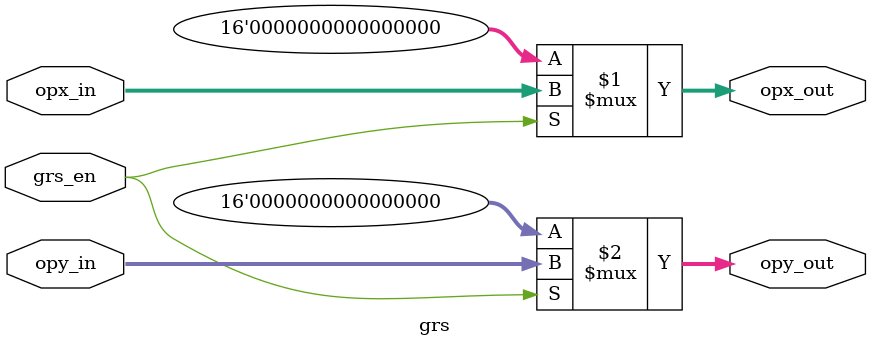
<source format=v>
`timescale 1ns / 1ps
module grs(
//input clk,
//input rst,
input[15:0] opx_in,
input[15:0] opy_in,
input grs_en,
output  [15:0] opx_out,
output  [15:0] opy_out
    );
/*always@(posedge clk or negedge rst)
	if(!rst)
		begin
			opx_out<=16'd0;
			opy_out<=16'd0;
		end
	else if(grs_en)
		begin
			opx_out<=opx_in;
			opy_out<=opy_in;
		end
	else
		begin
			opx_out<=16'd0;
			opy_out<=16'd0;
		end*/
assign opx_out=(grs_en)?opx_in:16'b0;
assign opy_out=(grs_en)?opy_in:16'b0;

endmodule

</source>
